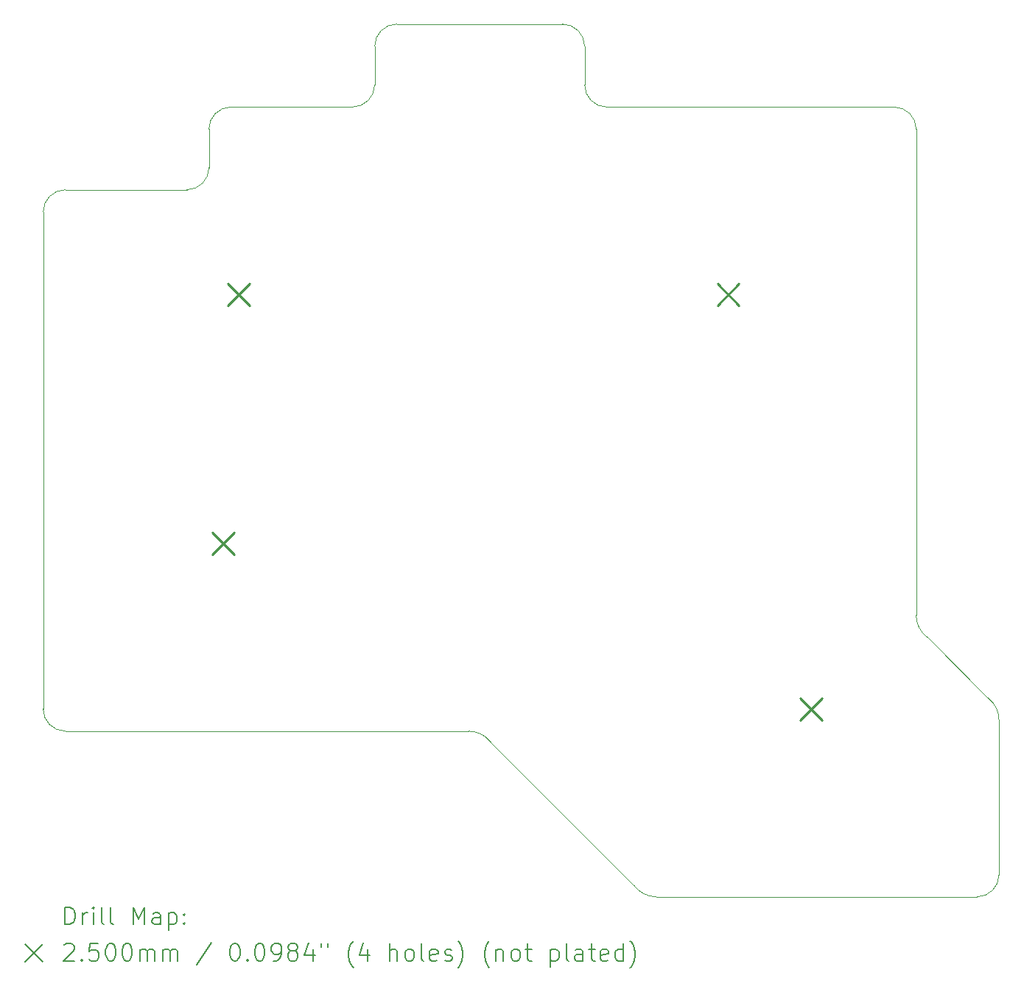
<source format=gbr>
%FSLAX45Y45*%
G04 Gerber Fmt 4.5, Leading zero omitted, Abs format (unit mm)*
G04 Created by KiCad (PCBNEW (6.0.6-1)-1) date 2022-07-18 09:19:38*
%MOMM*%
%LPD*%
G01*
G04 APERTURE LIST*
%TA.AperFunction,Profile*%
%ADD10C,0.120000*%
%TD*%
%ADD11C,0.200000*%
%ADD12C,0.250000*%
G04 APERTURE END LIST*
D10*
X2159000Y-3683000D02*
G75*
G03*
X2286000Y-3937000I317500J0D01*
G01*
X3111500Y-4889500D02*
G75*
G03*
X2984500Y-4635500I-317500J0D01*
G01*
X-1079500Y-6794500D02*
G75*
G03*
X-825500Y-6921500I254000J190500D01*
G01*
X-2730500Y-5143500D02*
G75*
G03*
X-2984500Y-5016500I-254000J-190500D01*
G01*
X-4318000Y2159000D02*
G75*
G03*
X-4064000Y2413000I0J254000D01*
G01*
X-6223000Y1206500D02*
G75*
G03*
X-5969000Y1460500I0J254000D01*
G01*
X-7620000Y1206500D02*
G75*
G03*
X-7874000Y952500I0J-254000D01*
G01*
X-5715000Y2159000D02*
G75*
G03*
X-5969000Y1905000I0J-254000D01*
G01*
X-3810000Y3111500D02*
G75*
G03*
X-4064000Y2857500I0J-254000D01*
G01*
X-3810000Y3111500D02*
X-3556000Y3111500D01*
X-4064000Y2413000D02*
X-4064000Y2857500D01*
X-5715000Y2159000D02*
X-4318000Y2159000D01*
X-5969000Y1460500D02*
X-5969000Y1905000D01*
X-7620000Y1206500D02*
X-6223000Y1206500D01*
X-2730500Y-5143500D02*
X-1079500Y-6794500D01*
X-2984500Y-5016500D02*
X-7620000Y-5016500D01*
X2159000Y-3683000D02*
X2159000Y1905000D01*
X2984500Y-4635500D02*
X2286000Y-3937000D01*
X-1651000Y2413000D02*
X-1651000Y2857500D01*
X-7874000Y952500D02*
X-7874000Y-4762500D01*
X-1651000Y2413000D02*
G75*
G03*
X-1397000Y2159000I254000J0D01*
G01*
X-1651000Y2857500D02*
G75*
G03*
X-1905000Y3111500I-254000J0D01*
G01*
X-7874000Y-4762500D02*
G75*
G03*
X-7620000Y-5016500I254000J0D01*
G01*
X2159000Y1905000D02*
G75*
G03*
X1905000Y2159000I-254000J0D01*
G01*
X-1397000Y2159000D02*
X1905000Y2159000D01*
X2857500Y-6921500D02*
G75*
G03*
X3111500Y-6667500I0J254000D01*
G01*
X3111500Y-4889500D02*
X3111500Y-6667500D01*
X-1905000Y3111500D02*
X-3556000Y3111500D01*
X2857500Y-6921500D02*
X-825500Y-6921500D01*
D11*
D12*
X-5928900Y-2732500D02*
X-5678900Y-2982500D01*
X-5678900Y-2732500D02*
X-5928900Y-2982500D01*
X-5751100Y125000D02*
X-5501100Y-125000D01*
X-5501100Y125000D02*
X-5751100Y-125000D01*
X-125000Y125000D02*
X125000Y-125000D01*
X125000Y125000D02*
X-125000Y-125000D01*
X827500Y-4637500D02*
X1077500Y-4887500D01*
X1077500Y-4637500D02*
X827500Y-4887500D01*
D11*
X-7622381Y-7237976D02*
X-7622381Y-7037976D01*
X-7574762Y-7037976D01*
X-7546190Y-7047500D01*
X-7527143Y-7066548D01*
X-7517619Y-7085595D01*
X-7508095Y-7123690D01*
X-7508095Y-7152262D01*
X-7517619Y-7190357D01*
X-7527143Y-7209405D01*
X-7546190Y-7228452D01*
X-7574762Y-7237976D01*
X-7622381Y-7237976D01*
X-7422381Y-7237976D02*
X-7422381Y-7104643D01*
X-7422381Y-7142738D02*
X-7412857Y-7123690D01*
X-7403333Y-7114167D01*
X-7384286Y-7104643D01*
X-7365238Y-7104643D01*
X-7298571Y-7237976D02*
X-7298571Y-7104643D01*
X-7298571Y-7037976D02*
X-7308095Y-7047500D01*
X-7298571Y-7057024D01*
X-7289048Y-7047500D01*
X-7298571Y-7037976D01*
X-7298571Y-7057024D01*
X-7174762Y-7237976D02*
X-7193810Y-7228452D01*
X-7203333Y-7209405D01*
X-7203333Y-7037976D01*
X-7070000Y-7237976D02*
X-7089048Y-7228452D01*
X-7098571Y-7209405D01*
X-7098571Y-7037976D01*
X-6841429Y-7237976D02*
X-6841429Y-7037976D01*
X-6774762Y-7180833D01*
X-6708095Y-7037976D01*
X-6708095Y-7237976D01*
X-6527143Y-7237976D02*
X-6527143Y-7133214D01*
X-6536667Y-7114167D01*
X-6555714Y-7104643D01*
X-6593810Y-7104643D01*
X-6612857Y-7114167D01*
X-6527143Y-7228452D02*
X-6546190Y-7237976D01*
X-6593810Y-7237976D01*
X-6612857Y-7228452D01*
X-6622381Y-7209405D01*
X-6622381Y-7190357D01*
X-6612857Y-7171309D01*
X-6593810Y-7161786D01*
X-6546190Y-7161786D01*
X-6527143Y-7152262D01*
X-6431905Y-7104643D02*
X-6431905Y-7304643D01*
X-6431905Y-7114167D02*
X-6412857Y-7104643D01*
X-6374762Y-7104643D01*
X-6355714Y-7114167D01*
X-6346190Y-7123690D01*
X-6336667Y-7142738D01*
X-6336667Y-7199881D01*
X-6346190Y-7218928D01*
X-6355714Y-7228452D01*
X-6374762Y-7237976D01*
X-6412857Y-7237976D01*
X-6431905Y-7228452D01*
X-6250952Y-7218928D02*
X-6241429Y-7228452D01*
X-6250952Y-7237976D01*
X-6260476Y-7228452D01*
X-6250952Y-7218928D01*
X-6250952Y-7237976D01*
X-6250952Y-7114167D02*
X-6241429Y-7123690D01*
X-6250952Y-7133214D01*
X-6260476Y-7123690D01*
X-6250952Y-7114167D01*
X-6250952Y-7133214D01*
X-8080000Y-7467500D02*
X-7880000Y-7667500D01*
X-7880000Y-7467500D02*
X-8080000Y-7667500D01*
X-7631905Y-7477024D02*
X-7622381Y-7467500D01*
X-7603333Y-7457976D01*
X-7555714Y-7457976D01*
X-7536667Y-7467500D01*
X-7527143Y-7477024D01*
X-7517619Y-7496071D01*
X-7517619Y-7515119D01*
X-7527143Y-7543690D01*
X-7641429Y-7657976D01*
X-7517619Y-7657976D01*
X-7431905Y-7638928D02*
X-7422381Y-7648452D01*
X-7431905Y-7657976D01*
X-7441429Y-7648452D01*
X-7431905Y-7638928D01*
X-7431905Y-7657976D01*
X-7241429Y-7457976D02*
X-7336667Y-7457976D01*
X-7346190Y-7553214D01*
X-7336667Y-7543690D01*
X-7317619Y-7534167D01*
X-7270000Y-7534167D01*
X-7250952Y-7543690D01*
X-7241429Y-7553214D01*
X-7231905Y-7572262D01*
X-7231905Y-7619881D01*
X-7241429Y-7638928D01*
X-7250952Y-7648452D01*
X-7270000Y-7657976D01*
X-7317619Y-7657976D01*
X-7336667Y-7648452D01*
X-7346190Y-7638928D01*
X-7108095Y-7457976D02*
X-7089048Y-7457976D01*
X-7070000Y-7467500D01*
X-7060476Y-7477024D01*
X-7050952Y-7496071D01*
X-7041429Y-7534167D01*
X-7041429Y-7581786D01*
X-7050952Y-7619881D01*
X-7060476Y-7638928D01*
X-7070000Y-7648452D01*
X-7089048Y-7657976D01*
X-7108095Y-7657976D01*
X-7127143Y-7648452D01*
X-7136667Y-7638928D01*
X-7146190Y-7619881D01*
X-7155714Y-7581786D01*
X-7155714Y-7534167D01*
X-7146190Y-7496071D01*
X-7136667Y-7477024D01*
X-7127143Y-7467500D01*
X-7108095Y-7457976D01*
X-6917619Y-7457976D02*
X-6898571Y-7457976D01*
X-6879524Y-7467500D01*
X-6870000Y-7477024D01*
X-6860476Y-7496071D01*
X-6850952Y-7534167D01*
X-6850952Y-7581786D01*
X-6860476Y-7619881D01*
X-6870000Y-7638928D01*
X-6879524Y-7648452D01*
X-6898571Y-7657976D01*
X-6917619Y-7657976D01*
X-6936667Y-7648452D01*
X-6946190Y-7638928D01*
X-6955714Y-7619881D01*
X-6965238Y-7581786D01*
X-6965238Y-7534167D01*
X-6955714Y-7496071D01*
X-6946190Y-7477024D01*
X-6936667Y-7467500D01*
X-6917619Y-7457976D01*
X-6765238Y-7657976D02*
X-6765238Y-7524643D01*
X-6765238Y-7543690D02*
X-6755714Y-7534167D01*
X-6736667Y-7524643D01*
X-6708095Y-7524643D01*
X-6689048Y-7534167D01*
X-6679524Y-7553214D01*
X-6679524Y-7657976D01*
X-6679524Y-7553214D02*
X-6670000Y-7534167D01*
X-6650952Y-7524643D01*
X-6622381Y-7524643D01*
X-6603333Y-7534167D01*
X-6593810Y-7553214D01*
X-6593810Y-7657976D01*
X-6498571Y-7657976D02*
X-6498571Y-7524643D01*
X-6498571Y-7543690D02*
X-6489048Y-7534167D01*
X-6470000Y-7524643D01*
X-6441429Y-7524643D01*
X-6422381Y-7534167D01*
X-6412857Y-7553214D01*
X-6412857Y-7657976D01*
X-6412857Y-7553214D02*
X-6403333Y-7534167D01*
X-6384286Y-7524643D01*
X-6355714Y-7524643D01*
X-6336667Y-7534167D01*
X-6327143Y-7553214D01*
X-6327143Y-7657976D01*
X-5936667Y-7448452D02*
X-6108095Y-7705595D01*
X-5679524Y-7457976D02*
X-5660476Y-7457976D01*
X-5641429Y-7467500D01*
X-5631905Y-7477024D01*
X-5622381Y-7496071D01*
X-5612857Y-7534167D01*
X-5612857Y-7581786D01*
X-5622381Y-7619881D01*
X-5631905Y-7638928D01*
X-5641429Y-7648452D01*
X-5660476Y-7657976D01*
X-5679524Y-7657976D01*
X-5698571Y-7648452D01*
X-5708095Y-7638928D01*
X-5717619Y-7619881D01*
X-5727143Y-7581786D01*
X-5727143Y-7534167D01*
X-5717619Y-7496071D01*
X-5708095Y-7477024D01*
X-5698571Y-7467500D01*
X-5679524Y-7457976D01*
X-5527143Y-7638928D02*
X-5517619Y-7648452D01*
X-5527143Y-7657976D01*
X-5536667Y-7648452D01*
X-5527143Y-7638928D01*
X-5527143Y-7657976D01*
X-5393810Y-7457976D02*
X-5374762Y-7457976D01*
X-5355714Y-7467500D01*
X-5346191Y-7477024D01*
X-5336667Y-7496071D01*
X-5327143Y-7534167D01*
X-5327143Y-7581786D01*
X-5336667Y-7619881D01*
X-5346191Y-7638928D01*
X-5355714Y-7648452D01*
X-5374762Y-7657976D01*
X-5393810Y-7657976D01*
X-5412857Y-7648452D01*
X-5422381Y-7638928D01*
X-5431905Y-7619881D01*
X-5441429Y-7581786D01*
X-5441429Y-7534167D01*
X-5431905Y-7496071D01*
X-5422381Y-7477024D01*
X-5412857Y-7467500D01*
X-5393810Y-7457976D01*
X-5231905Y-7657976D02*
X-5193810Y-7657976D01*
X-5174762Y-7648452D01*
X-5165238Y-7638928D01*
X-5146191Y-7610357D01*
X-5136667Y-7572262D01*
X-5136667Y-7496071D01*
X-5146191Y-7477024D01*
X-5155714Y-7467500D01*
X-5174762Y-7457976D01*
X-5212857Y-7457976D01*
X-5231905Y-7467500D01*
X-5241429Y-7477024D01*
X-5250952Y-7496071D01*
X-5250952Y-7543690D01*
X-5241429Y-7562738D01*
X-5231905Y-7572262D01*
X-5212857Y-7581786D01*
X-5174762Y-7581786D01*
X-5155714Y-7572262D01*
X-5146191Y-7562738D01*
X-5136667Y-7543690D01*
X-5022381Y-7543690D02*
X-5041429Y-7534167D01*
X-5050952Y-7524643D01*
X-5060476Y-7505595D01*
X-5060476Y-7496071D01*
X-5050952Y-7477024D01*
X-5041429Y-7467500D01*
X-5022381Y-7457976D01*
X-4984286Y-7457976D01*
X-4965238Y-7467500D01*
X-4955714Y-7477024D01*
X-4946191Y-7496071D01*
X-4946191Y-7505595D01*
X-4955714Y-7524643D01*
X-4965238Y-7534167D01*
X-4984286Y-7543690D01*
X-5022381Y-7543690D01*
X-5041429Y-7553214D01*
X-5050952Y-7562738D01*
X-5060476Y-7581786D01*
X-5060476Y-7619881D01*
X-5050952Y-7638928D01*
X-5041429Y-7648452D01*
X-5022381Y-7657976D01*
X-4984286Y-7657976D01*
X-4965238Y-7648452D01*
X-4955714Y-7638928D01*
X-4946191Y-7619881D01*
X-4946191Y-7581786D01*
X-4955714Y-7562738D01*
X-4965238Y-7553214D01*
X-4984286Y-7543690D01*
X-4774762Y-7524643D02*
X-4774762Y-7657976D01*
X-4822381Y-7448452D02*
X-4870000Y-7591309D01*
X-4746191Y-7591309D01*
X-4679524Y-7457976D02*
X-4679524Y-7496071D01*
X-4603333Y-7457976D02*
X-4603333Y-7496071D01*
X-4308095Y-7734167D02*
X-4317619Y-7724643D01*
X-4336667Y-7696071D01*
X-4346191Y-7677024D01*
X-4355714Y-7648452D01*
X-4365238Y-7600833D01*
X-4365238Y-7562738D01*
X-4355714Y-7515119D01*
X-4346191Y-7486548D01*
X-4336667Y-7467500D01*
X-4317619Y-7438928D01*
X-4308095Y-7429405D01*
X-4146190Y-7524643D02*
X-4146190Y-7657976D01*
X-4193810Y-7448452D02*
X-4241429Y-7591309D01*
X-4117619Y-7591309D01*
X-3889048Y-7657976D02*
X-3889048Y-7457976D01*
X-3803333Y-7657976D02*
X-3803333Y-7553214D01*
X-3812857Y-7534167D01*
X-3831905Y-7524643D01*
X-3860476Y-7524643D01*
X-3879524Y-7534167D01*
X-3889048Y-7543690D01*
X-3679524Y-7657976D02*
X-3698571Y-7648452D01*
X-3708095Y-7638928D01*
X-3717619Y-7619881D01*
X-3717619Y-7562738D01*
X-3708095Y-7543690D01*
X-3698571Y-7534167D01*
X-3679524Y-7524643D01*
X-3650952Y-7524643D01*
X-3631905Y-7534167D01*
X-3622381Y-7543690D01*
X-3612857Y-7562738D01*
X-3612857Y-7619881D01*
X-3622381Y-7638928D01*
X-3631905Y-7648452D01*
X-3650952Y-7657976D01*
X-3679524Y-7657976D01*
X-3498571Y-7657976D02*
X-3517619Y-7648452D01*
X-3527143Y-7629405D01*
X-3527143Y-7457976D01*
X-3346190Y-7648452D02*
X-3365238Y-7657976D01*
X-3403333Y-7657976D01*
X-3422381Y-7648452D01*
X-3431905Y-7629405D01*
X-3431905Y-7553214D01*
X-3422381Y-7534167D01*
X-3403333Y-7524643D01*
X-3365238Y-7524643D01*
X-3346190Y-7534167D01*
X-3336667Y-7553214D01*
X-3336667Y-7572262D01*
X-3431905Y-7591309D01*
X-3260476Y-7648452D02*
X-3241429Y-7657976D01*
X-3203333Y-7657976D01*
X-3184286Y-7648452D01*
X-3174762Y-7629405D01*
X-3174762Y-7619881D01*
X-3184286Y-7600833D01*
X-3203333Y-7591309D01*
X-3231905Y-7591309D01*
X-3250952Y-7581786D01*
X-3260476Y-7562738D01*
X-3260476Y-7553214D01*
X-3250952Y-7534167D01*
X-3231905Y-7524643D01*
X-3203333Y-7524643D01*
X-3184286Y-7534167D01*
X-3108095Y-7734167D02*
X-3098571Y-7724643D01*
X-3079524Y-7696071D01*
X-3070000Y-7677024D01*
X-3060476Y-7648452D01*
X-3050952Y-7600833D01*
X-3050952Y-7562738D01*
X-3060476Y-7515119D01*
X-3070000Y-7486548D01*
X-3079524Y-7467500D01*
X-3098571Y-7438928D01*
X-3108095Y-7429405D01*
X-2746191Y-7734167D02*
X-2755714Y-7724643D01*
X-2774762Y-7696071D01*
X-2784286Y-7677024D01*
X-2793810Y-7648452D01*
X-2803333Y-7600833D01*
X-2803333Y-7562738D01*
X-2793810Y-7515119D01*
X-2784286Y-7486548D01*
X-2774762Y-7467500D01*
X-2755714Y-7438928D01*
X-2746191Y-7429405D01*
X-2670000Y-7524643D02*
X-2670000Y-7657976D01*
X-2670000Y-7543690D02*
X-2660476Y-7534167D01*
X-2641429Y-7524643D01*
X-2612857Y-7524643D01*
X-2593810Y-7534167D01*
X-2584286Y-7553214D01*
X-2584286Y-7657976D01*
X-2460476Y-7657976D02*
X-2479524Y-7648452D01*
X-2489048Y-7638928D01*
X-2498572Y-7619881D01*
X-2498572Y-7562738D01*
X-2489048Y-7543690D01*
X-2479524Y-7534167D01*
X-2460476Y-7524643D01*
X-2431905Y-7524643D01*
X-2412857Y-7534167D01*
X-2403333Y-7543690D01*
X-2393810Y-7562738D01*
X-2393810Y-7619881D01*
X-2403333Y-7638928D01*
X-2412857Y-7648452D01*
X-2431905Y-7657976D01*
X-2460476Y-7657976D01*
X-2336667Y-7524643D02*
X-2260476Y-7524643D01*
X-2308095Y-7457976D02*
X-2308095Y-7629405D01*
X-2298572Y-7648452D01*
X-2279524Y-7657976D01*
X-2260476Y-7657976D01*
X-2041429Y-7524643D02*
X-2041429Y-7724643D01*
X-2041429Y-7534167D02*
X-2022381Y-7524643D01*
X-1984286Y-7524643D01*
X-1965238Y-7534167D01*
X-1955714Y-7543690D01*
X-1946190Y-7562738D01*
X-1946190Y-7619881D01*
X-1955714Y-7638928D01*
X-1965238Y-7648452D01*
X-1984286Y-7657976D01*
X-2022381Y-7657976D01*
X-2041429Y-7648452D01*
X-1831905Y-7657976D02*
X-1850952Y-7648452D01*
X-1860476Y-7629405D01*
X-1860476Y-7457976D01*
X-1670000Y-7657976D02*
X-1670000Y-7553214D01*
X-1679524Y-7534167D01*
X-1698571Y-7524643D01*
X-1736667Y-7524643D01*
X-1755714Y-7534167D01*
X-1670000Y-7648452D02*
X-1689048Y-7657976D01*
X-1736667Y-7657976D01*
X-1755714Y-7648452D01*
X-1765238Y-7629405D01*
X-1765238Y-7610357D01*
X-1755714Y-7591309D01*
X-1736667Y-7581786D01*
X-1689048Y-7581786D01*
X-1670000Y-7572262D01*
X-1603333Y-7524643D02*
X-1527143Y-7524643D01*
X-1574762Y-7457976D02*
X-1574762Y-7629405D01*
X-1565238Y-7648452D01*
X-1546190Y-7657976D01*
X-1527143Y-7657976D01*
X-1384286Y-7648452D02*
X-1403333Y-7657976D01*
X-1441429Y-7657976D01*
X-1460476Y-7648452D01*
X-1470000Y-7629405D01*
X-1470000Y-7553214D01*
X-1460476Y-7534167D01*
X-1441429Y-7524643D01*
X-1403333Y-7524643D01*
X-1384286Y-7534167D01*
X-1374762Y-7553214D01*
X-1374762Y-7572262D01*
X-1470000Y-7591309D01*
X-1203333Y-7657976D02*
X-1203333Y-7457976D01*
X-1203333Y-7648452D02*
X-1222381Y-7657976D01*
X-1260476Y-7657976D01*
X-1279524Y-7648452D01*
X-1289048Y-7638928D01*
X-1298572Y-7619881D01*
X-1298572Y-7562738D01*
X-1289048Y-7543690D01*
X-1279524Y-7534167D01*
X-1260476Y-7524643D01*
X-1222381Y-7524643D01*
X-1203333Y-7534167D01*
X-1127143Y-7734167D02*
X-1117619Y-7724643D01*
X-1098572Y-7696071D01*
X-1089048Y-7677024D01*
X-1079524Y-7648452D01*
X-1070000Y-7600833D01*
X-1070000Y-7562738D01*
X-1079524Y-7515119D01*
X-1089048Y-7486548D01*
X-1098572Y-7467500D01*
X-1117619Y-7438928D01*
X-1127143Y-7429405D01*
M02*

</source>
